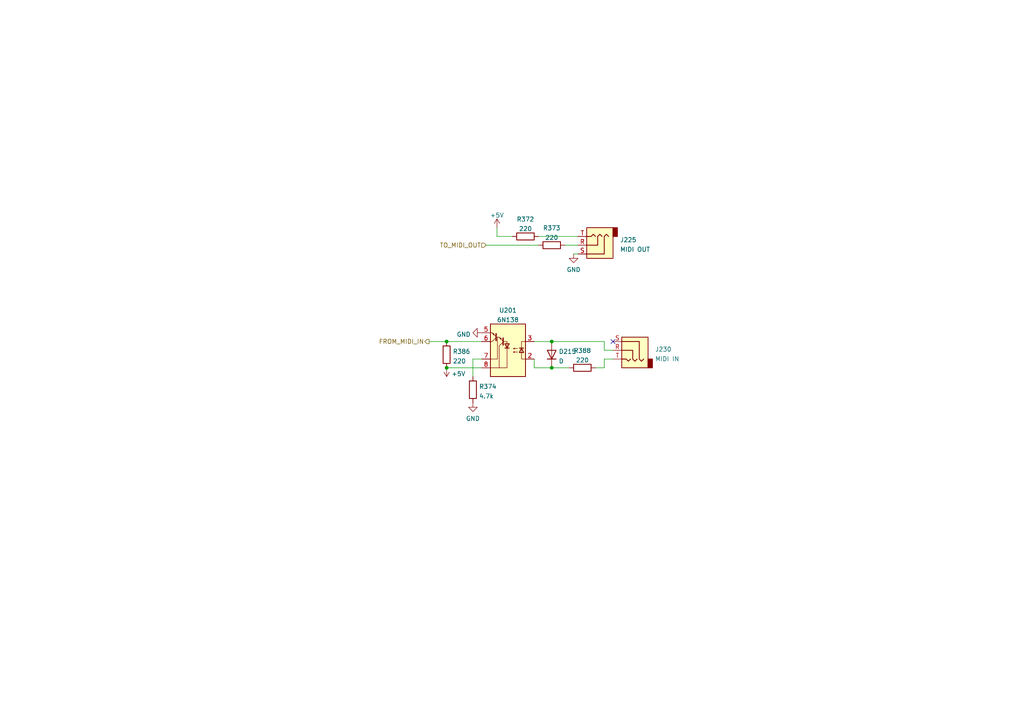
<source format=kicad_sch>
(kicad_sch (version 20211123) (generator eeschema)
  (paper "A4")
  (title_block (title "Eurorack MIDI 16x16 CV Gate") (date "2022-05-14") (rev "1.0") (company "RobotDialogs"))
  (lib_symbols
    (symbol "Connector:AudioJack3"
      (property "Reference" "J" (at 0 8.89 0))
      (property "Value" "AudioJack3" (at 0 6.35 0))
      (symbol "AudioJack3_0_1"
        (rectangle (start -5.08 -5.08) (end -6.35 -2.54) (stroke (width 0.254)) (fill (type outline)))
        (polyline (pts (xy 0 -2.54) (xy 0.635 -3.175) (xy 1.27 -2.54) (xy 2.54 -2.54)) (stroke (width 0.254)))
        (polyline (pts (xy -1.905 -2.54) (xy -1.27 -3.175) (xy -0.635 -2.54) (xy -0.635 0) (xy 2.54 0)) (stroke (width 0.254)))
        (polyline (pts (xy 2.54 2.54) (xy -2.54 2.54) (xy -2.54 -2.54) (xy -3.175 -3.175) (xy -3.81 -2.54)) (stroke (width 0.254)))
        (rectangle (start 2.54 3.81) (end -5.08 -5.08) (stroke (width 0.254)) (fill (type background)))
      )
      (symbol "AudioJack3_1_1"
        (pin passive line (at 5.08 0 180) (length 2.54) (name "~") (number "R"))
        (pin passive line (at 5.08 2.54 180) (length 2.54) (name "~") (number "S"))
        (pin passive line (at 5.08 -2.54 180) (length 2.54) (name "~") (number "T"))
      )
    )
    (symbol "Device:D" (pin_numbers hide) (pin_names (offset 1.016) hide)
      (property "Reference" "D" (at 0 2.54 0))
      (property "Value" "D" (at 0 -2.54 0))
      (symbol "D_0_1"
        (polyline (pts (xy -1.27 1.27) (xy -1.27 -1.27)) (stroke (width 0.254)))
        (polyline (pts (xy 1.27 0) (xy -1.27 0)))
        (polyline (pts (xy 1.27 1.27) (xy 1.27 -1.27) (xy -1.27 0) (xy 1.27 1.27)) (stroke (width 0.254)))
      )
      (symbol "D_1_1"
        (pin passive line (at -3.81 0 0) (length 2.54) (name "K") (number "1"))
        (pin passive line (at 3.81 0 180) (length 2.54) (name "A") (number "2"))
      )
    )
    (symbol "Device:R" (pin_numbers hide) (pin_names (offset 0))
      (property "Reference" "R" (at 2.032 0 90))
      (property "Value" "R" (at 0 0 90))
      (symbol "R_0_1"
        (rectangle (start -1.016 -2.54) (end 1.016 2.54) (stroke (width 0.254)))
      )
      (symbol "R_1_1"
        (pin passive line (at 0 3.81 270) (length 1.27) (name "~") (number "1"))
        (pin passive line (at 0 -3.81 90) (length 1.27) (name "~") (number "2"))
      )
    )
    (symbol "Isolator:6N138" (pin_names (offset 1.016) hide)
      (property "Reference" "U" (at -4.064 8.89 0))
      (property "Value" "6N138" (at 2.286 8.89 0))
      (symbol "6N138_0_1"
        (rectangle (start -5.08 7.62) (end 5.08 -7.62) (stroke (width 0.254)) (fill (type background)))
        (polyline (pts (xy -4.572 -0.635) (xy -3.302 -0.635)) (stroke (width 0.254)))
        (polyline (pts (xy 0.889 -0.635) (xy -0.381 -0.635)) (stroke (width 0.254)))
        (polyline (pts (xy 1.397 -2.667) (xy 2.54 -3.81)))
        (polyline (pts (xy 1.397 -2.413) (xy 2.54 -1.27)))
        (polyline (pts (xy 2.54 -3.81) (xy 3.175 -3.81)))
        (polyline (pts (xy 3.429 -3.937) (xy 4.572 -5.08)))
        (polyline (pts (xy 3.429 -3.683) (xy 4.572 -2.54)))
        (polyline (pts (xy 4.572 -5.08) (xy 5.08 -5.08)))
        (polyline (pts (xy 4.572 -2.54) (xy 5.08 -2.54)))
        (polyline (pts (xy 1.397 -1.524) (xy 1.397 -3.556) (xy 1.397 -3.556)) (stroke (width 0.3556)))
        (polyline (pts (xy 2.54 -1.27) (xy 2.54 5.08) (xy 5.08 5.08)))
        (polyline (pts (xy 3.429 -2.794) (xy 3.429 -4.826) (xy 3.429 -4.826)) (stroke (width 0.3556)))
        (polyline (pts (xy 5.08 2.54) (xy 3.048 2.54) (xy 3.048 -3.81)))
        (polyline (pts (xy -5.08 -2.54) (xy -3.937 -2.54) (xy -3.937 2.54) (xy -5.08 2.54)))
        (polyline (pts (xy -3.937 -0.635) (xy -4.572 0.635) (xy -3.302 0.635) (xy -3.937 -0.635)) (stroke (width 0.254)))
        (polyline (pts (xy 0.254 -0.635) (xy 0.889 -1.905) (xy -0.381 -1.905) (xy 0.254 -0.635)) (stroke (width 0.254)))
        (polyline (pts (xy 1.27 -2.54) (xy 0.254 -2.54) (xy 0.254 5.08) (xy 2.54 5.08)))
        (polyline (pts (xy 2.413 -3.683) (xy 2.159 -3.175) (xy 1.905 -3.429) (xy 2.413 -3.683)))
        (polyline (pts (xy 4.445 -4.953) (xy 4.191 -4.445) (xy 3.937 -4.699) (xy 4.445 -4.953)))
        (polyline (pts (xy -2.794 -0.508) (xy -1.524 -0.508) (xy -1.905 -0.635) (xy -1.905 -0.381) (xy -1.524 -0.508)))
        (polyline (pts (xy -2.794 0.508) (xy -1.524 0.508) (xy -1.905 0.381) (xy -1.905 0.635) (xy -1.524 0.508)))
      )
      (symbol "6N138_1_1"
        (pin no_connect line (at -5.08 5.08 0) (length 2.54) hide (name "NC") (number "1"))
        (pin passive line (at -7.62 2.54 0) (length 2.54) (name "C1") (number "2"))
        (pin passive line (at -7.62 -2.54 0) (length 2.54) (name "C2") (number "3"))
        (pin no_connect line (at -5.08 -5.08 0) (length 2.54) hide (name "NC") (number "4"))
        (pin passive line (at 7.62 -5.08 180) (length 2.54) (name "GND") (number "5"))
        (pin passive line (at 7.62 -2.54 180) (length 2.54) (name "VO2") (number "6"))
        (pin passive line (at 7.62 2.54 180) (length 2.54) (name "VO1") (number "7"))
        (pin passive line (at 7.62 5.08 180) (length 2.54) (name "VCC") (number "8"))
      )
    )
    (symbol "power:+5V" (power) (pin_names (offset 0))
      (property "Value" "+5V" (at 0 3.556 0))
      (symbol "+5V_0_1"
        (polyline (pts (xy -0.762 1.27) (xy 0 2.54)))
        (polyline (pts (xy 0 0) (xy 0 2.54)))
        (polyline (pts (xy 0 2.54) (xy 0.762 1.27)))
      )
      (symbol "+5V_1_1"
        (pin power_in line (at 0 0 90) (length 0) hide (name "+5V") (number "1"))
      )
    )
    (symbol "power:GND" (power) (pin_names (offset 0))
      (property "Value" "GND" (at 0 -3.81 0))
      (symbol "GND_0_1"
        (polyline (pts (xy 0 0) (xy 0 -1.27) (xy 1.27 -1.27) (xy 0 -2.54) (xy -1.27 -1.27) (xy 0 -1.27)))
      )
      (symbol "GND_1_1"
        (pin power_in line (at 0 0 270) (length 0) hide (name "GND") (number "1"))
      )
    )
  )
  (junction (at 160.02 99.06))
  (junction (at 160.02 106.68))
  (junction (at 129.54 99.06))
  (junction (at 129.54 106.68))
  (no_connect (at 177.8 99.06))
  (wire (pts (xy 163.83 71.12) (xy 167.64 71.12)))
  (wire (pts (xy 175.26 101.6) (xy 177.8 101.6)))
  (wire (pts (xy 154.94 106.68) (xy 160.02 106.68)))
  (wire (pts (xy 175.26 104.14) (xy 177.8 104.14)))
  (wire (pts (xy 166.37 73.66) (xy 167.64 73.66)))
  (wire (pts (xy 175.26 99.06) (xy 175.26 101.6)))
  (wire (pts (xy 175.26 104.14) (xy 175.26 106.68)))
  (wire (pts (xy 139.7 99.06) (xy 129.54 99.06)))
  (wire (pts (xy 137.16 104.14) (xy 137.16 109.22)))
  (wire (pts (xy 139.7 104.14) (xy 137.16 104.14)))
  (wire (pts (xy 160.02 99.06) (xy 175.26 99.06)))
  (wire (pts (xy 156.21 68.58) (xy 167.64 68.58)))
  (wire (pts (xy 144.145 66.04) (xy 144.145 68.58)))
  (wire (pts (xy 129.54 99.06) (xy 124.46 99.06)))
  (wire (pts (xy 144.145 68.58) (xy 148.59 68.58)))
  (wire (pts (xy 172.72 106.68) (xy 175.26 106.68)))
  (wire (pts (xy 129.54 106.68) (xy 139.7 106.68)))
  (wire (pts (xy 140.97 71.12) (xy 156.21 71.12)))
  (wire (pts (xy 165.1 106.68) (xy 160.02 106.68)))
  (wire (pts (xy 154.94 104.14) (xy 154.94 106.68)))
  (wire (pts (xy 154.94 99.06) (xy 160.02 99.06)))
  (hierarchical_label "FROM_MIDI_IN" (shape output) (at 124.46 99.06 180))
  (hierarchical_label "TO_MIDI_OUT" (shape input) (at 140.97 71.12 180))
  (symbol (lib_id "Device:D") (at 160.02 102.87 90) (unit 1)
    (property "Reference" "D215" (at 162.052 101.9615 90) (effects (justify right)))
    (property "Value" "D" (at 162.052 104.7366 90) (effects (justify right)))
    (property "Footprint" "Diode_THT:D_DO-35_SOD27_P7.62mm_Horizontal" (effects hide))
  )
  (symbol (lib_id "Connector:AudioJack3") (at 182.88 101.6 0) (mirror y) (unit 1)
    (property "Reference" "J230" (at 189.992 101.3265 0) (effects (justify right)))
    (property "Value" "MIDI IN" (at 189.992 104.1016 0) (effects (justify right)))
    (property "Footprint" "My Stuff:Jack_3.5mm_MJ-355W_Vertical" (effects hide))
  )
  (symbol (lib_id "power:+5V") (at 144.145 66.04 0) (unit 1)
    (property "Reference" "#PWR0194" (effects hide))
    (property "Value" "+5V" (at 144.145 62.4355 0))
  )
  (symbol (lib_id "power:+5V") (at 129.54 106.68 180) (unit 1)
    (property "Reference" "#PWR0195" (effects hide))
    (property "Value" "+5V" (at 130.937 108.429 0) (effects (justify right)))
  )
  (symbol (lib_id "Device:R") (at 160.02 71.12 90) (unit 1)
    (property "Reference" "R373" (at 160.02 66.1375 90))
    (property "Value" "220" (at 160.02 68.9126 90))
    (property "Footprint" "Resistor_SMD:R_1206_3216Metric_Pad1.30x1.75mm_HandSolder" (effects hide))
  )
  (symbol (lib_id "Device:R") (at 168.91 106.68 90) (unit 1)
    (property "Reference" "R388" (at 168.91 101.6975 90))
    (property "Value" "220" (at 168.91 104.4726 90))
    (property "Footprint" "Resistor_SMD:R_1206_3216Metric_Pad1.30x1.75mm_HandSolder" (effects hide))
  )
  (symbol (lib_id "Connector:AudioJack3") (at 172.72 71.12 180) (unit 1)
    (property "Reference" "J225" (at 179.832 69.5765 0) (effects (justify right)))
    (property "Value" "MIDI OUT" (at 179.832 72.3516 0) (effects (justify right)))
    (property "Footprint" "My Stuff:Jack_3.5mm_MJ-355W_Vertical" (effects hide))
  )
  (symbol (lib_id "Device:R") (at 137.16 113.03 0) (unit 1)
    (property "Reference" "R374" (at 138.938 112.1215 0) (effects (justify left)))
    (property "Value" "4.7k" (at 138.938 114.8966 0) (effects (justify left)))
    (property "Footprint" "Resistor_SMD:R_1206_3216Metric_Pad1.30x1.75mm_HandSolder" (effects hide))
  )
  (symbol (lib_id "power:GND") (at 137.16 116.84 0) (unit 1)
    (property "Reference" "#PWR0196" (effects hide))
    (property "Value" "GND" (at 137.16 121.4025 0))
  )
  (symbol (lib_id "Device:R") (at 129.54 102.87 0) (unit 1)
    (property "Reference" "R386" (at 131.318 101.9615 0) (effects (justify left)))
    (property "Value" "220" (at 131.318 104.7366 0) (effects (justify left)))
    (property "Footprint" "Resistor_SMD:R_1206_3216Metric_Pad1.30x1.75mm_HandSolder" (effects hide))
  )
  (symbol (lib_id "power:GND") (at 139.7 96.52 270) (unit 1)
    (property "Reference" "#PWR0197" (effects hide))
    (property "Value" "GND" (at 136.5251 96.999 90) (effects (justify right)))
  )
  (symbol (lib_id "Device:R") (at 152.4 68.58 90) (unit 1)
    (property "Reference" "R372" (at 152.4 63.5975 90))
    (property "Value" "220" (at 152.4 66.3726 90))
    (property "Footprint" "Resistor_SMD:R_1206_3216Metric_Pad1.30x1.75mm_HandSolder" (effects hide))
  )
  (symbol (lib_id "power:GND") (at 166.37 73.66 0) (unit 1)
    (property "Reference" "#PWR0198" (effects hide))
    (property "Value" "GND" (at 166.37 78.2225 0))
  )
  (symbol (lib_id "Isolator:6N138") (at 147.32 101.6 180) (unit 1)
    (property "Reference" "U201" (at 147.32 90.0135 0))
    (property "Value" "6N138" (at 147.32 92.7886 0))
    (property "Footprint" "Package_DIP:DIP-8_W7.62mm_Socket_LongPads" (effects hide))
    (property "Datasheet" "http://www.onsemi.com/pub/Collateral/HCPL2731-D.pdf" (effects hide))
  )
)
</source>
